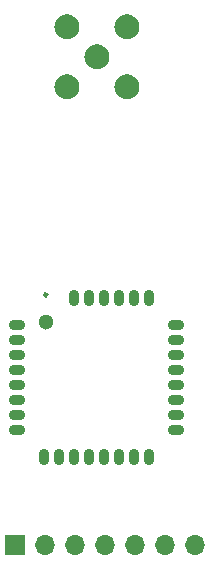
<source format=gbr>
%TF.GenerationSoftware,KiCad,Pcbnew,(5.1.8)-1*%
%TF.CreationDate,2021-01-29T12:29:00+09:00*%
%TF.ProjectId,REF_TWELITE_SMA_CONN,5245465f-5457-4454-9c49-54455f534d41,rev?*%
%TF.SameCoordinates,Original*%
%TF.FileFunction,Soldermask,Top*%
%TF.FilePolarity,Negative*%
%FSLAX46Y46*%
G04 Gerber Fmt 4.6, Leading zero omitted, Abs format (unit mm)*
G04 Created by KiCad (PCBNEW (5.1.8)-1) date 2021-01-29 12:29:00*
%MOMM*%
%LPD*%
G01*
G04 APERTURE LIST*
%ADD10C,0.300000*%
%ADD11O,1.400000X0.900000*%
%ADD12O,0.900000X1.400000*%
%ADD13C,0.100000*%
%ADD14C,1.300000*%
%ADD15O,1.700000X1.700000*%
%ADD16R,1.700000X1.700000*%
G04 APERTURE END LIST*
D10*
%TO.C,U1*%
X108673825Y-67118601D02*
G75*
G03*
X108673825Y-67118601I-100000J0D01*
G01*
%TD*%
D11*
%TO.C,U1*%
X119644600Y-78548601D03*
D12*
X108464600Y-80838601D03*
D11*
X106174600Y-69658601D03*
D12*
X117354600Y-67368601D03*
D13*
G36*
X116488211Y-49652307D02*
G01*
X116468109Y-49753369D01*
X116438197Y-49851974D01*
X116398765Y-49947173D01*
X116350191Y-50038048D01*
X116292944Y-50123724D01*
X116227575Y-50203377D01*
X116154713Y-50276239D01*
X116075060Y-50341608D01*
X115989384Y-50398855D01*
X115898509Y-50447429D01*
X115803310Y-50486861D01*
X115704705Y-50516773D01*
X115603643Y-50536875D01*
X115501097Y-50546975D01*
X115398055Y-50546975D01*
X115295509Y-50536875D01*
X115194447Y-50516773D01*
X115095842Y-50486861D01*
X115000643Y-50447429D01*
X114909768Y-50398855D01*
X114824092Y-50341608D01*
X114744439Y-50276239D01*
X114671577Y-50203377D01*
X114606208Y-50123724D01*
X114548961Y-50038048D01*
X114500387Y-49947173D01*
X114460955Y-49851974D01*
X114431043Y-49753369D01*
X114410941Y-49652307D01*
X114400841Y-49549761D01*
X114400841Y-49446719D01*
X114410941Y-49344173D01*
X114431043Y-49243111D01*
X114460955Y-49144506D01*
X114500387Y-49049307D01*
X114548961Y-48958432D01*
X114606208Y-48872756D01*
X114671577Y-48793103D01*
X114744439Y-48720241D01*
X114824092Y-48654872D01*
X114909768Y-48597625D01*
X115000643Y-48549051D01*
X115095842Y-48509619D01*
X115194447Y-48479707D01*
X115295509Y-48459605D01*
X115398055Y-48449505D01*
X115501097Y-48449505D01*
X115603643Y-48459605D01*
X115704705Y-48479707D01*
X115803310Y-48509619D01*
X115898509Y-48549051D01*
X115989384Y-48597625D01*
X116075060Y-48654872D01*
X116154713Y-48720241D01*
X116227575Y-48793103D01*
X116292944Y-48872756D01*
X116350191Y-48958432D01*
X116398765Y-49049307D01*
X116438197Y-49144506D01*
X116468109Y-49243111D01*
X116488211Y-49344173D01*
X116498311Y-49446719D01*
X116498311Y-49549761D01*
X116488211Y-49652307D01*
G37*
G36*
X111408211Y-49652307D02*
G01*
X111388109Y-49753369D01*
X111358197Y-49851974D01*
X111318765Y-49947173D01*
X111270191Y-50038048D01*
X111212944Y-50123724D01*
X111147575Y-50203377D01*
X111074713Y-50276239D01*
X110995060Y-50341608D01*
X110909384Y-50398855D01*
X110818509Y-50447429D01*
X110723310Y-50486861D01*
X110624705Y-50516773D01*
X110523643Y-50536875D01*
X110421097Y-50546975D01*
X110318055Y-50546975D01*
X110215509Y-50536875D01*
X110114447Y-50516773D01*
X110015842Y-50486861D01*
X109920643Y-50447429D01*
X109829768Y-50398855D01*
X109744092Y-50341608D01*
X109664439Y-50276239D01*
X109591577Y-50203377D01*
X109526208Y-50123724D01*
X109468961Y-50038048D01*
X109420387Y-49947173D01*
X109380955Y-49851974D01*
X109351043Y-49753369D01*
X109330941Y-49652307D01*
X109320841Y-49549761D01*
X109320841Y-49446719D01*
X109330941Y-49344173D01*
X109351043Y-49243111D01*
X109380955Y-49144506D01*
X109420387Y-49049307D01*
X109468961Y-48958432D01*
X109526208Y-48872756D01*
X109591577Y-48793103D01*
X109664439Y-48720241D01*
X109744092Y-48654872D01*
X109829768Y-48597625D01*
X109920643Y-48549051D01*
X110015842Y-48509619D01*
X110114447Y-48479707D01*
X110215509Y-48459605D01*
X110318055Y-48449505D01*
X110421097Y-48449505D01*
X110523643Y-48459605D01*
X110624705Y-48479707D01*
X110723310Y-48509619D01*
X110818509Y-48549051D01*
X110909384Y-48597625D01*
X110995060Y-48654872D01*
X111074713Y-48720241D01*
X111147575Y-48793103D01*
X111212944Y-48872756D01*
X111270191Y-48958432D01*
X111318765Y-49049307D01*
X111358197Y-49144506D01*
X111388109Y-49243111D01*
X111408211Y-49344173D01*
X111418311Y-49446719D01*
X111418311Y-49549761D01*
X111408211Y-49652307D01*
G37*
G36*
X111408211Y-44572307D02*
G01*
X111388109Y-44673369D01*
X111358197Y-44771974D01*
X111318765Y-44867173D01*
X111270191Y-44958048D01*
X111212944Y-45043724D01*
X111147575Y-45123377D01*
X111074713Y-45196239D01*
X110995060Y-45261608D01*
X110909384Y-45318855D01*
X110818509Y-45367429D01*
X110723310Y-45406861D01*
X110624705Y-45436773D01*
X110523643Y-45456875D01*
X110421097Y-45466975D01*
X110318055Y-45466975D01*
X110215509Y-45456875D01*
X110114447Y-45436773D01*
X110015842Y-45406861D01*
X109920643Y-45367429D01*
X109829768Y-45318855D01*
X109744092Y-45261608D01*
X109664439Y-45196239D01*
X109591577Y-45123377D01*
X109526208Y-45043724D01*
X109468961Y-44958048D01*
X109420387Y-44867173D01*
X109380955Y-44771974D01*
X109351043Y-44673369D01*
X109330941Y-44572307D01*
X109320841Y-44469761D01*
X109320841Y-44366719D01*
X109330941Y-44264173D01*
X109351043Y-44163111D01*
X109380955Y-44064506D01*
X109420387Y-43969307D01*
X109468961Y-43878432D01*
X109526208Y-43792756D01*
X109591577Y-43713103D01*
X109664439Y-43640241D01*
X109744092Y-43574872D01*
X109829768Y-43517625D01*
X109920643Y-43469051D01*
X110015842Y-43429619D01*
X110114447Y-43399707D01*
X110215509Y-43379605D01*
X110318055Y-43369505D01*
X110421097Y-43369505D01*
X110523643Y-43379605D01*
X110624705Y-43399707D01*
X110723310Y-43429619D01*
X110818509Y-43469051D01*
X110909384Y-43517625D01*
X110995060Y-43574872D01*
X111074713Y-43640241D01*
X111147575Y-43713103D01*
X111212944Y-43792756D01*
X111270191Y-43878432D01*
X111318765Y-43969307D01*
X111358197Y-44064506D01*
X111388109Y-44163111D01*
X111408211Y-44264173D01*
X111418311Y-44366719D01*
X111418311Y-44469761D01*
X111408211Y-44572307D01*
G37*
G36*
X116488211Y-44572307D02*
G01*
X116468109Y-44673369D01*
X116438197Y-44771974D01*
X116398765Y-44867173D01*
X116350191Y-44958048D01*
X116292944Y-45043724D01*
X116227575Y-45123377D01*
X116154713Y-45196239D01*
X116075060Y-45261608D01*
X115989384Y-45318855D01*
X115898509Y-45367429D01*
X115803310Y-45406861D01*
X115704705Y-45436773D01*
X115603643Y-45456875D01*
X115501097Y-45466975D01*
X115398055Y-45466975D01*
X115295509Y-45456875D01*
X115194447Y-45436773D01*
X115095842Y-45406861D01*
X115000643Y-45367429D01*
X114909768Y-45318855D01*
X114824092Y-45261608D01*
X114744439Y-45196239D01*
X114671577Y-45123377D01*
X114606208Y-45043724D01*
X114548961Y-44958048D01*
X114500387Y-44867173D01*
X114460955Y-44771974D01*
X114431043Y-44673369D01*
X114410941Y-44572307D01*
X114400841Y-44469761D01*
X114400841Y-44366719D01*
X114410941Y-44264173D01*
X114431043Y-44163111D01*
X114460955Y-44064506D01*
X114500387Y-43969307D01*
X114548961Y-43878432D01*
X114606208Y-43792756D01*
X114671577Y-43713103D01*
X114744439Y-43640241D01*
X114824092Y-43574872D01*
X114909768Y-43517625D01*
X115000643Y-43469051D01*
X115095842Y-43429619D01*
X115194447Y-43399707D01*
X115295509Y-43379605D01*
X115398055Y-43369505D01*
X115501097Y-43369505D01*
X115603643Y-43379605D01*
X115704705Y-43399707D01*
X115803310Y-43429619D01*
X115898509Y-43469051D01*
X115989384Y-43517625D01*
X116075060Y-43574872D01*
X116154713Y-43640241D01*
X116227575Y-43713103D01*
X116292944Y-43792756D01*
X116350191Y-43878432D01*
X116398765Y-43969307D01*
X116438197Y-44064506D01*
X116468109Y-44163111D01*
X116488211Y-44264173D01*
X116498311Y-44366719D01*
X116498311Y-44469761D01*
X116488211Y-44572307D01*
G37*
G36*
X113948211Y-47112307D02*
G01*
X113928109Y-47213369D01*
X113898197Y-47311974D01*
X113858765Y-47407173D01*
X113810191Y-47498048D01*
X113752944Y-47583724D01*
X113687575Y-47663377D01*
X113614713Y-47736239D01*
X113535060Y-47801608D01*
X113449384Y-47858855D01*
X113358509Y-47907429D01*
X113263310Y-47946861D01*
X113164705Y-47976773D01*
X113063643Y-47996875D01*
X112961097Y-48006975D01*
X112858055Y-48006975D01*
X112755509Y-47996875D01*
X112654447Y-47976773D01*
X112555842Y-47946861D01*
X112460643Y-47907429D01*
X112369768Y-47858855D01*
X112284092Y-47801608D01*
X112204439Y-47736239D01*
X112131577Y-47663377D01*
X112066208Y-47583724D01*
X112008961Y-47498048D01*
X111960387Y-47407173D01*
X111920955Y-47311974D01*
X111891043Y-47213369D01*
X111870941Y-47112307D01*
X111860841Y-47009761D01*
X111860841Y-46906719D01*
X111870941Y-46804173D01*
X111891043Y-46703111D01*
X111920955Y-46604506D01*
X111960387Y-46509307D01*
X112008961Y-46418432D01*
X112066208Y-46332756D01*
X112131577Y-46253103D01*
X112204439Y-46180241D01*
X112284092Y-46114872D01*
X112369768Y-46057625D01*
X112460643Y-46009051D01*
X112555842Y-45969619D01*
X112654447Y-45939707D01*
X112755509Y-45919605D01*
X112858055Y-45909505D01*
X112961097Y-45909505D01*
X113063643Y-45919605D01*
X113164705Y-45939707D01*
X113263310Y-45969619D01*
X113358509Y-46009051D01*
X113449384Y-46057625D01*
X113535060Y-46114872D01*
X113614713Y-46180241D01*
X113687575Y-46253103D01*
X113752944Y-46332756D01*
X113810191Y-46418432D01*
X113858765Y-46509307D01*
X113898197Y-46604506D01*
X113928109Y-46703111D01*
X113948211Y-46804173D01*
X113958311Y-46906719D01*
X113958311Y-47009761D01*
X113948211Y-47112307D01*
G37*
D14*
X108574600Y-69388601D03*
D11*
X106174600Y-70928601D03*
X106174600Y-72198601D03*
X106174600Y-73468601D03*
X106174600Y-74738601D03*
X106174600Y-76008601D03*
X106174600Y-77278601D03*
X106174600Y-78548601D03*
D12*
X109734600Y-80838601D03*
X111004600Y-80838601D03*
X112274600Y-80838601D03*
X113544600Y-80838601D03*
X114814600Y-80838601D03*
X116084600Y-80838601D03*
X117354600Y-80838601D03*
D11*
X119644600Y-77278601D03*
X119644600Y-76008601D03*
X119644600Y-74738601D03*
X119644600Y-73468601D03*
X119644600Y-72198601D03*
X119644600Y-70928601D03*
X119644600Y-69658601D03*
D12*
X116084600Y-67368601D03*
X114814600Y-67368601D03*
X113544600Y-67368601D03*
X112274600Y-67368601D03*
X111004600Y-67368601D03*
%TD*%
D15*
%TO.C,J2*%
X121221500Y-88341200D03*
X118681500Y-88341200D03*
X116141500Y-88341200D03*
X113601500Y-88341200D03*
X111061500Y-88341200D03*
X108521500Y-88341200D03*
D16*
X105981500Y-88341200D03*
%TD*%
M02*

</source>
